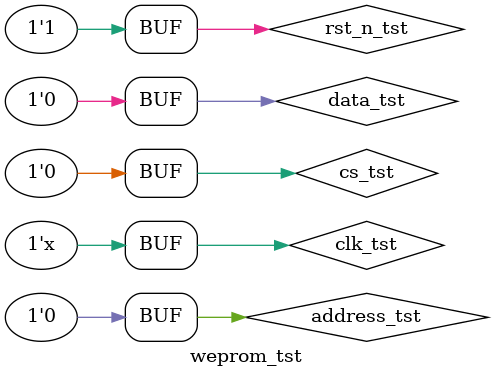
<source format=v>

`include "./weprom.v"
`timescale 1ns/1ns
`define clk_cycle 10 

module weprom_tst ();

reg clk_tst;
reg rst_n_tst;
reg cs_tst;
reg address_tst;

reg data_tst;

wire ack_tst;
wire sda_tst;
wire sda_clk_tst;
wire out_vaild_tst;
 weprom isim(
	. clk(clk_tst),
	. rst_n(rst_n_tst),
	. cs(cs_tst),
	. address(address_tst),
	. data(data_tst),
	.out_vaild(out_vaild_tst),
	.ack(ack_tst),
	.sda(sda_tst),
	.sda_clk(sda_clk_tst)
);

always #`clk_cycle clk_tst = ~ clk_tst;

initial begin
	$display("Start Running  weprom Testbench !");
	
	clk_tst = 0;
	rst_n_tst = 0;
	cs_tst = 0;
	address_tst = 0;
	data_tst = 0;
	#55 
	rst_n_tst = 1;
	cs_tst = 1;
	#50
	address_tst = 1 ; //0bit
	data_tst = 0 ; 
	#20
	address_tst = 0 ; //1bit
	data_tst = 1 ;
	#20
	address_tst = 1 ; //2bit
	data_tst = 0 ;
	#20
	address_tst = 0 ; //3bit
	data_tst = 0 ;
	#20
	address_tst = 0 ; //4bit
	data_tst = 1 ;
	cs_tst = 0;
	#200
	cs_tst = 1;
	#40
	address_tst = 1 ; //5bit
	data_tst = 1 ;
	#20
	address_tst = 0 ; //6 bit
	data_tst = 0 ;
	#20
	address_tst = 0 ; //7 bit
	data_tst = 0 ;
	#20
	address_tst = 0 ; //7 bit
	data_tst = 0 ;
	#20
	address_tst = 0 ; //7 bit
	data_tst = 1 ;//-----
	#20
	address_tst = 1 ; //7 bit
	data_tst = 1 ;
	#20
	address_tst = 0 ; //7 bit
	data_tst = 1 ;
	#20
	address_tst = 1 ; //7 bit
	data_tst = 1 ;
	#20
	address_tst = 1 ; //7 bit
	data_tst = 0 ;
	#20
	address_tst = 0 ; //7 bit
	data_tst = 0 ;
	#20
	address_tst = 0; //7 bit
	data_tst = 0 ;
	#20
	address_tst = 1 ; //7 bit
	data_tst = 0 ;
	#20
	address_tst = 0 ; //7 bit
	data_tst = 1 ;
	#20

	//add 1010_0101, 
	//data 1011_0010
	#40
	cs_tst = 0;
	
	#1000
	cs_tst = 1;
	#5
	address_tst = 1 ; //0bit
	data_tst = 1 ; 
	#20
	address_tst = 1 ; //1bit
	data_tst = 1 ;
	#20
	address_tst = 1 ; //2bit
	data_tst = 1 ;
	#20
	address_tst = 1 ; //3bit
	data_tst = 1 ;
	#20
	address_tst = 0 ; //4bit
	data_tst = 0 ;
	#20
	address_tst = 0 ; //5bit
	data_tst = 0 ;
	#20
	address_tst = 0 ; //6 bit
	data_tst = 0 ;
	#20
	address_tst = 0 ; //7 bit
	data_tst = 0 ;
	#40
	cs_tst = 0;
	//add 1010_0101, 
	//data 1011_0010
	//#400
//	cs_tst = 1;
	//$stop;

end

endmodule

</source>
